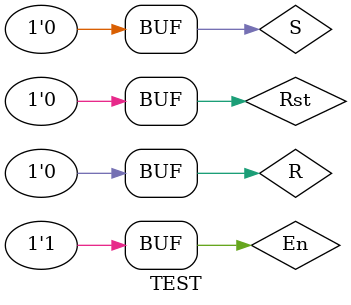
<source format=v>
`timescale 1ns / 1ps

module SR_LATCH (
  input S, R, En, Rst,
  output reg Q
);
  always @(*) begin
    // Asynchronous Reset dominates
    if (Rst) Q = 0;
    else if (En) begin
      if (S & ~R) begin
        Q = 1;
      end else if (~S & R) begin
        Q = 0;
      end
    end
  end
endmodule


module TEST();
  reg S, R, En, Rst;
  wire Q;

  SR_LATCH uut (S, R, En, Rst, Q);

  initial begin
    $dumpfile("q1.vcd");
    $dumpvars(0, TEST);
    $display("Solution by Adheesh Trivedi");
    $display("===========================");

    $display("");
    $display("S R En Rst Q");
    $display("-------------");
    $monitor("%b %b %b  %b   %b", S, R, En, Rst, Q);

    // Asynchronous Reset
    S = 0; R = 0; En = 0; Rst = 1; #5;
    Rst = 0; #5;
    // Set
    S = 1; R = 0; En = 1; #5;
    S = 0; #5;
    // Reset
    S = 0; R = 1; En = 1; #5;
    R = 0; En = 0; #5;
    // Not Enabled
    S = 1; R = 0; #5;
    // Enabled again
    En = 1; #5;
    S = 0; #10;

  end
endmodule

</source>
